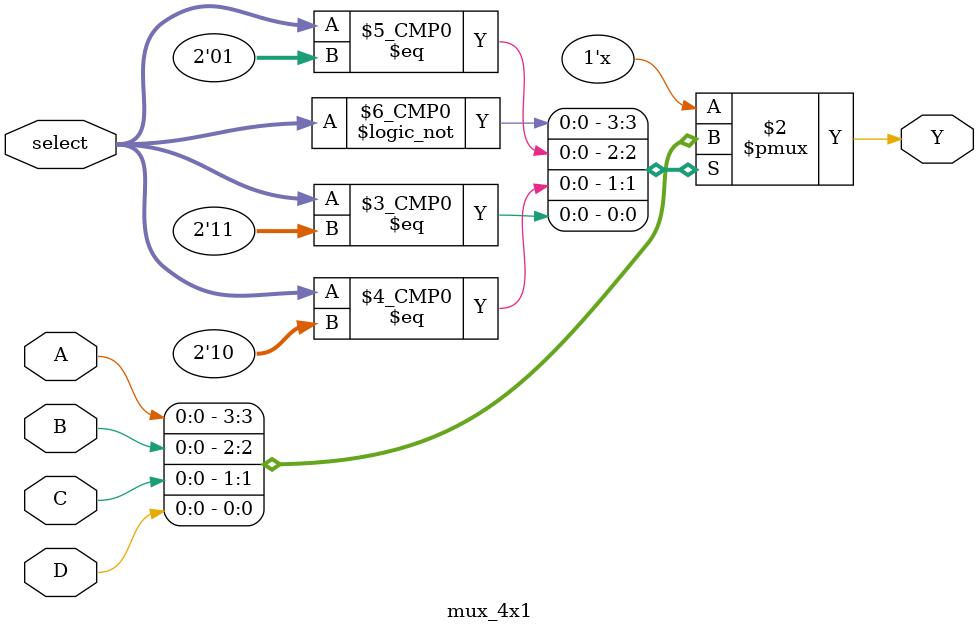
<source format=sv>
module mux_4x1(
  output logic Y,
  input [7:0] A, B, C, D,
  input [1:0] select
  );

always_comb
  case (select)
    2'b00: Y = A;
    2'b01: Y = B;
    2'b10: Y = C;
    2'b11: Y = D;
  endcase
endmodule
</source>
